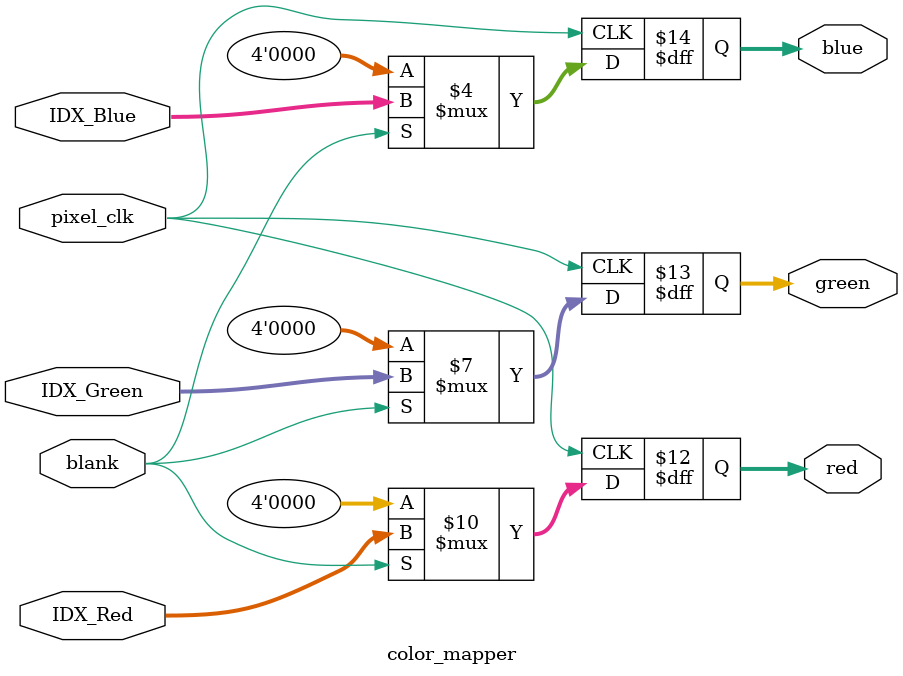
<source format=sv>


module  color_mapper ( input               blank, pixel_clk,
							  input        [3:0]  IDX_Red, IDX_Green, IDX_Blue,
                       output logic [3:0]  red, green, blue );
	 
    always_ff @(posedge pixel_clk)
    begin:RGB_Display
		  if (~blank) begin
				red   <= 4'h0;
				green <= 4'h0;
				blue  <= 4'h0;
		  end
        else begin
			  red   <= IDX_Red;
			  green <= IDX_Green;
			  blue  <= IDX_Blue;
		  end 
    end 

endmodule

</source>
